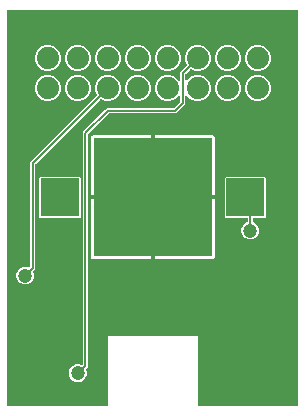
<source format=gbr>
G04 EAGLE Gerber RS-274X export*
G75*
%MOMM*%
%FSLAX34Y34*%
%LPD*%
%INBottom Copper*%
%IPPOS*%
%AMOC8*
5,1,8,0,0,1.08239X$1,22.5*%
G01*
%ADD10R,3.200000X3.200000*%
%ADD11R,10.000000X10.000000*%
%ADD12C,1.879600*%
%ADD13C,0.152400*%
%ADD14C,1.200150*%

G36*
X94508Y10164D02*
X94508Y10164D01*
X94527Y10162D01*
X94629Y10184D01*
X94731Y10200D01*
X94748Y10210D01*
X94768Y10214D01*
X94857Y10267D01*
X94948Y10316D01*
X94962Y10330D01*
X94979Y10340D01*
X95046Y10419D01*
X95118Y10494D01*
X95126Y10512D01*
X95139Y10527D01*
X95178Y10623D01*
X95221Y10717D01*
X95223Y10737D01*
X95231Y10755D01*
X95249Y10922D01*
X95249Y69850D01*
X95250Y69851D01*
X171450Y69851D01*
X171451Y69850D01*
X171451Y10922D01*
X171454Y10902D01*
X171452Y10883D01*
X171474Y10781D01*
X171490Y10679D01*
X171500Y10662D01*
X171504Y10642D01*
X171557Y10553D01*
X171606Y10462D01*
X171620Y10448D01*
X171630Y10431D01*
X171709Y10364D01*
X171784Y10292D01*
X171802Y10284D01*
X171817Y10271D01*
X171913Y10232D01*
X172007Y10189D01*
X172027Y10187D01*
X172045Y10179D01*
X172212Y10161D01*
X255778Y10161D01*
X255798Y10164D01*
X255817Y10162D01*
X255919Y10184D01*
X256021Y10200D01*
X256038Y10210D01*
X256058Y10214D01*
X256147Y10267D01*
X256238Y10316D01*
X256252Y10330D01*
X256269Y10340D01*
X256336Y10419D01*
X256408Y10494D01*
X256416Y10512D01*
X256429Y10527D01*
X256468Y10623D01*
X256511Y10717D01*
X256513Y10737D01*
X256521Y10755D01*
X256539Y10922D01*
X256539Y344678D01*
X256536Y344698D01*
X256538Y344717D01*
X256516Y344819D01*
X256500Y344921D01*
X256490Y344938D01*
X256486Y344958D01*
X256433Y345047D01*
X256384Y345138D01*
X256370Y345152D01*
X256360Y345169D01*
X256281Y345236D01*
X256206Y345308D01*
X256188Y345316D01*
X256173Y345329D01*
X256077Y345368D01*
X255983Y345411D01*
X255963Y345413D01*
X255945Y345421D01*
X255778Y345439D01*
X10922Y345439D01*
X10902Y345436D01*
X10883Y345438D01*
X10781Y345416D01*
X10679Y345400D01*
X10662Y345390D01*
X10642Y345386D01*
X10553Y345333D01*
X10462Y345284D01*
X10448Y345270D01*
X10431Y345260D01*
X10364Y345181D01*
X10292Y345106D01*
X10284Y345088D01*
X10271Y345073D01*
X10232Y344977D01*
X10189Y344883D01*
X10187Y344863D01*
X10179Y344845D01*
X10161Y344678D01*
X10161Y10922D01*
X10164Y10902D01*
X10162Y10883D01*
X10184Y10781D01*
X10200Y10679D01*
X10210Y10662D01*
X10214Y10642D01*
X10267Y10553D01*
X10316Y10462D01*
X10330Y10448D01*
X10340Y10431D01*
X10419Y10364D01*
X10494Y10292D01*
X10512Y10284D01*
X10527Y10271D01*
X10623Y10232D01*
X10717Y10189D01*
X10737Y10187D01*
X10755Y10179D01*
X10922Y10161D01*
X94488Y10161D01*
X94508Y10164D01*
G37*
%LPC*%
G36*
X68353Y30575D02*
X68353Y30575D01*
X65587Y31720D01*
X63470Y33837D01*
X62325Y36603D01*
X62325Y39597D01*
X63470Y42363D01*
X65587Y44480D01*
X68353Y45625D01*
X71347Y45625D01*
X72853Y45002D01*
X72946Y44980D01*
X72947Y44979D01*
X72948Y44979D01*
X72968Y44975D01*
X73082Y44946D01*
X73087Y44947D01*
X73093Y44945D01*
X73180Y44954D01*
X73191Y44952D01*
X73211Y44957D01*
X73327Y44966D01*
X73332Y44968D01*
X73337Y44969D01*
X73406Y44999D01*
X73432Y45005D01*
X73468Y45026D01*
X73553Y45063D01*
X73558Y45067D01*
X73562Y45069D01*
X73574Y45080D01*
X73623Y45119D01*
X73643Y45131D01*
X73654Y45144D01*
X73684Y45168D01*
X73691Y45175D01*
X73716Y45210D01*
X73743Y45235D01*
X73764Y45272D01*
X73803Y45318D01*
X73815Y45348D01*
X73835Y45375D01*
X73852Y45432D01*
X73862Y45450D01*
X73866Y45475D01*
X73895Y45546D01*
X73899Y45588D01*
X73906Y45611D01*
X73906Y45643D01*
X73913Y45713D01*
X73913Y242247D01*
X75476Y243810D01*
X92740Y261074D01*
X94303Y262637D01*
X151137Y262637D01*
X151228Y262651D01*
X151318Y262659D01*
X151348Y262671D01*
X151380Y262676D01*
X151461Y262719D01*
X151545Y262755D01*
X151577Y262781D01*
X151598Y262792D01*
X151620Y262815D01*
X151676Y262860D01*
X156240Y267424D01*
X156293Y267498D01*
X156353Y267568D01*
X156365Y267598D01*
X156384Y267624D01*
X156411Y267711D01*
X156445Y267796D01*
X156449Y267837D01*
X156456Y267859D01*
X156455Y267891D01*
X156463Y267963D01*
X156463Y272528D01*
X156452Y272599D01*
X156450Y272671D01*
X156432Y272720D01*
X156424Y272771D01*
X156390Y272834D01*
X156365Y272902D01*
X156333Y272942D01*
X156308Y272989D01*
X156256Y273038D01*
X156212Y273094D01*
X156168Y273122D01*
X156130Y273158D01*
X156065Y273188D01*
X156005Y273227D01*
X155954Y273240D01*
X155907Y273262D01*
X155836Y273269D01*
X155766Y273287D01*
X155714Y273283D01*
X155663Y273289D01*
X155592Y273273D01*
X155521Y273268D01*
X155473Y273247D01*
X155422Y273236D01*
X155361Y273200D01*
X155295Y273171D01*
X155239Y273127D01*
X155211Y273110D01*
X155196Y273092D01*
X155164Y273067D01*
X152237Y270140D01*
X148223Y268477D01*
X143877Y268477D01*
X139863Y270140D01*
X136790Y273213D01*
X135127Y277227D01*
X135127Y281573D01*
X136790Y285587D01*
X139863Y288660D01*
X143877Y290323D01*
X148223Y290323D01*
X152237Y288660D01*
X155164Y285733D01*
X155222Y285691D01*
X155274Y285642D01*
X155321Y285620D01*
X155363Y285590D01*
X155432Y285569D01*
X155497Y285538D01*
X155549Y285533D01*
X155599Y285517D01*
X155670Y285519D01*
X155741Y285511D01*
X155792Y285522D01*
X155844Y285524D01*
X155912Y285548D01*
X155982Y285564D01*
X156027Y285590D01*
X156075Y285608D01*
X156131Y285653D01*
X156193Y285690D01*
X156227Y285729D01*
X156267Y285762D01*
X156306Y285822D01*
X156353Y285877D01*
X156372Y285925D01*
X156400Y285969D01*
X156418Y286038D01*
X156445Y286105D01*
X156453Y286176D01*
X156461Y286207D01*
X156459Y286231D01*
X156463Y286272D01*
X156463Y293047D01*
X161783Y298367D01*
X161851Y298462D01*
X161921Y298556D01*
X161923Y298562D01*
X161927Y298567D01*
X161961Y298678D01*
X161997Y298790D01*
X161997Y298796D01*
X161999Y298802D01*
X161996Y298919D01*
X161995Y299036D01*
X161993Y299043D01*
X161993Y299048D01*
X161986Y299065D01*
X161948Y299197D01*
X160527Y302627D01*
X160527Y306973D01*
X162190Y310987D01*
X165263Y314060D01*
X169277Y315723D01*
X173623Y315723D01*
X177637Y314060D01*
X180710Y310987D01*
X182373Y306973D01*
X182373Y302627D01*
X180710Y298613D01*
X177637Y295540D01*
X173623Y293877D01*
X169277Y293877D01*
X165847Y295298D01*
X165733Y295325D01*
X165620Y295353D01*
X165613Y295353D01*
X165607Y295354D01*
X165491Y295343D01*
X165374Y295334D01*
X165369Y295332D01*
X165362Y295331D01*
X165255Y295284D01*
X165148Y295238D01*
X165142Y295233D01*
X165138Y295231D01*
X165124Y295219D01*
X165017Y295133D01*
X161260Y291376D01*
X161207Y291302D01*
X161147Y291232D01*
X161135Y291202D01*
X161116Y291176D01*
X161089Y291089D01*
X161055Y291004D01*
X161051Y290963D01*
X161044Y290941D01*
X161045Y290909D01*
X161037Y290837D01*
X161037Y286272D01*
X161048Y286201D01*
X161050Y286129D01*
X161068Y286080D01*
X161076Y286029D01*
X161110Y285966D01*
X161135Y285898D01*
X161167Y285858D01*
X161192Y285811D01*
X161244Y285762D01*
X161288Y285706D01*
X161332Y285678D01*
X161370Y285642D01*
X161435Y285612D01*
X161495Y285573D01*
X161546Y285560D01*
X161593Y285538D01*
X161664Y285531D01*
X161734Y285513D01*
X161786Y285517D01*
X161837Y285511D01*
X161908Y285527D01*
X161979Y285532D01*
X162027Y285553D01*
X162078Y285564D01*
X162139Y285600D01*
X162205Y285629D01*
X162261Y285673D01*
X162289Y285690D01*
X162304Y285708D01*
X162336Y285733D01*
X165263Y288660D01*
X169277Y290323D01*
X173623Y290323D01*
X177637Y288660D01*
X180710Y285587D01*
X182373Y281573D01*
X182373Y277227D01*
X180710Y273213D01*
X177637Y270140D01*
X173623Y268477D01*
X169277Y268477D01*
X165263Y270140D01*
X162336Y273067D01*
X162278Y273109D01*
X162226Y273158D01*
X162179Y273180D01*
X162137Y273210D01*
X162068Y273231D01*
X162003Y273262D01*
X161951Y273267D01*
X161901Y273283D01*
X161830Y273281D01*
X161759Y273289D01*
X161708Y273278D01*
X161656Y273276D01*
X161588Y273252D01*
X161518Y273236D01*
X161473Y273210D01*
X161425Y273192D01*
X161369Y273147D01*
X161307Y273110D01*
X161273Y273071D01*
X161233Y273038D01*
X161194Y272978D01*
X161147Y272923D01*
X161128Y272875D01*
X161100Y272831D01*
X161082Y272762D01*
X161055Y272695D01*
X161047Y272624D01*
X161039Y272593D01*
X161041Y272569D01*
X161037Y272528D01*
X161037Y265753D01*
X153347Y258063D01*
X96512Y258063D01*
X96422Y258049D01*
X96331Y258041D01*
X96302Y258029D01*
X96270Y258024D01*
X96189Y257981D01*
X96105Y257945D01*
X96073Y257919D01*
X96052Y257908D01*
X96030Y257885D01*
X95974Y257840D01*
X78710Y240576D01*
X78665Y240513D01*
X78639Y240486D01*
X78634Y240476D01*
X78597Y240432D01*
X78585Y240402D01*
X78566Y240376D01*
X78539Y240289D01*
X78505Y240204D01*
X78501Y240163D01*
X78494Y240141D01*
X78495Y240109D01*
X78487Y240038D01*
X78487Y43503D01*
X76924Y41940D01*
X76918Y41934D01*
X76849Y41838D01*
X76779Y41744D01*
X76777Y41739D01*
X76774Y41734D01*
X76739Y41622D01*
X76702Y41510D01*
X76703Y41505D01*
X76701Y41499D01*
X76704Y41382D01*
X76704Y41334D01*
X76704Y41333D01*
X76704Y41331D01*
X76705Y41264D01*
X76707Y41258D01*
X76707Y41254D01*
X76713Y41238D01*
X76752Y41103D01*
X77375Y39597D01*
X77375Y36603D01*
X76230Y33837D01*
X74113Y31720D01*
X71347Y30575D01*
X68353Y30575D01*
G37*
%LPD*%
%LPC*%
G36*
X134873Y188523D02*
X134873Y188523D01*
X134873Y239541D01*
X183684Y239541D01*
X184331Y239368D01*
X184910Y239033D01*
X185383Y238560D01*
X185718Y237981D01*
X185891Y237334D01*
X185891Y188523D01*
X134873Y188523D01*
G37*
%LPD*%
%LPC*%
G36*
X80809Y188523D02*
X80809Y188523D01*
X80809Y237334D01*
X80982Y237981D01*
X81317Y238560D01*
X81790Y239033D01*
X82369Y239368D01*
X83016Y239541D01*
X131827Y239541D01*
X131827Y188523D01*
X80809Y188523D01*
G37*
%LPD*%
%LPC*%
G36*
X134873Y134459D02*
X134873Y134459D01*
X134873Y185477D01*
X185891Y185477D01*
X185891Y136666D01*
X185718Y136019D01*
X185383Y135440D01*
X184910Y134967D01*
X184331Y134632D01*
X183684Y134459D01*
X134873Y134459D01*
G37*
%LPD*%
%LPC*%
G36*
X83016Y134459D02*
X83016Y134459D01*
X82369Y134632D01*
X81790Y134967D01*
X81317Y135440D01*
X80982Y136019D01*
X80809Y136666D01*
X80809Y185477D01*
X131827Y185477D01*
X131827Y134459D01*
X83016Y134459D01*
G37*
%LPD*%
%LPC*%
G36*
X214403Y151225D02*
X214403Y151225D01*
X211637Y152370D01*
X209520Y154487D01*
X208375Y157253D01*
X208375Y160247D01*
X209520Y163013D01*
X211637Y165130D01*
X213143Y165754D01*
X213243Y165816D01*
X213343Y165875D01*
X213347Y165880D01*
X213352Y165883D01*
X213427Y165974D01*
X213503Y166062D01*
X213505Y166068D01*
X213509Y166073D01*
X213551Y166181D01*
X213595Y166290D01*
X213596Y166298D01*
X213597Y166302D01*
X213598Y166321D01*
X213613Y166457D01*
X213613Y168714D01*
X213610Y168734D01*
X213612Y168753D01*
X213590Y168855D01*
X213574Y168957D01*
X213564Y168974D01*
X213560Y168994D01*
X213507Y169083D01*
X213458Y169174D01*
X213444Y169188D01*
X213434Y169205D01*
X213355Y169272D01*
X213280Y169344D01*
X213262Y169352D01*
X213247Y169365D01*
X213151Y169404D01*
X213057Y169447D01*
X213037Y169449D01*
X213019Y169457D01*
X212852Y169475D01*
X195218Y169475D01*
X194325Y170368D01*
X194325Y203632D01*
X195218Y204525D01*
X228482Y204525D01*
X229375Y203632D01*
X229375Y170368D01*
X228482Y169475D01*
X218948Y169475D01*
X218928Y169472D01*
X218909Y169474D01*
X218807Y169452D01*
X218705Y169436D01*
X218688Y169426D01*
X218668Y169422D01*
X218579Y169369D01*
X218488Y169320D01*
X218474Y169306D01*
X218457Y169296D01*
X218390Y169217D01*
X218318Y169142D01*
X218310Y169124D01*
X218297Y169109D01*
X218258Y169013D01*
X218215Y168919D01*
X218213Y168899D01*
X218205Y168881D01*
X218187Y168714D01*
X218187Y166457D01*
X218206Y166342D01*
X218223Y166226D01*
X218225Y166220D01*
X218226Y166214D01*
X218281Y166112D01*
X218334Y166007D01*
X218339Y166002D01*
X218342Y165997D01*
X218426Y165917D01*
X218510Y165835D01*
X218516Y165831D01*
X218520Y165827D01*
X218537Y165820D01*
X218657Y165754D01*
X220163Y165130D01*
X222280Y163013D01*
X223425Y160247D01*
X223425Y157253D01*
X222280Y154487D01*
X220163Y152370D01*
X217397Y151225D01*
X214403Y151225D01*
G37*
%LPD*%
%LPC*%
G36*
X23903Y113125D02*
X23903Y113125D01*
X21137Y114270D01*
X19020Y116387D01*
X17875Y119153D01*
X17875Y122147D01*
X19020Y124913D01*
X21137Y127030D01*
X23903Y128175D01*
X26897Y128175D01*
X28403Y127552D01*
X28496Y127530D01*
X28497Y127529D01*
X28499Y127529D01*
X28517Y127525D01*
X28630Y127496D01*
X28636Y127497D01*
X28643Y127495D01*
X28729Y127504D01*
X28741Y127502D01*
X28761Y127507D01*
X28875Y127516D01*
X28881Y127518D01*
X28887Y127519D01*
X28955Y127549D01*
X28982Y127555D01*
X29018Y127576D01*
X29102Y127612D01*
X29108Y127616D01*
X29112Y127619D01*
X29126Y127631D01*
X29173Y127669D01*
X29193Y127681D01*
X29204Y127694D01*
X29233Y127717D01*
X29240Y127724D01*
X29266Y127760D01*
X29293Y127785D01*
X29313Y127822D01*
X29353Y127868D01*
X29365Y127898D01*
X29384Y127924D01*
X29402Y127982D01*
X29412Y128000D01*
X29416Y128025D01*
X29445Y128096D01*
X29449Y128137D01*
X29456Y128159D01*
X29455Y128191D01*
X29463Y128263D01*
X29463Y216847D01*
X85583Y272967D01*
X85651Y273061D01*
X85721Y273156D01*
X85723Y273162D01*
X85727Y273167D01*
X85761Y273278D01*
X85797Y273390D01*
X85797Y273396D01*
X85799Y273402D01*
X85796Y273519D01*
X85795Y273636D01*
X85793Y273643D01*
X85793Y273648D01*
X85786Y273665D01*
X85748Y273797D01*
X84327Y277227D01*
X84327Y281573D01*
X85990Y285587D01*
X89063Y288660D01*
X93077Y290323D01*
X97423Y290323D01*
X101437Y288660D01*
X104510Y285587D01*
X106173Y281573D01*
X106173Y277227D01*
X104510Y273213D01*
X101437Y270140D01*
X97423Y268477D01*
X93077Y268477D01*
X89647Y269898D01*
X89533Y269925D01*
X89420Y269953D01*
X89413Y269953D01*
X89407Y269954D01*
X89291Y269943D01*
X89174Y269934D01*
X89169Y269932D01*
X89162Y269931D01*
X89055Y269883D01*
X88948Y269838D01*
X88942Y269833D01*
X88938Y269831D01*
X88924Y269819D01*
X88817Y269733D01*
X34260Y215176D01*
X34207Y215102D01*
X34147Y215032D01*
X34135Y215002D01*
X34116Y214976D01*
X34089Y214889D01*
X34055Y214804D01*
X34051Y214763D01*
X34044Y214741D01*
X34045Y214709D01*
X34037Y214637D01*
X34037Y126053D01*
X32467Y124483D01*
X32399Y124389D01*
X32329Y124294D01*
X32327Y124288D01*
X32323Y124283D01*
X32289Y124172D01*
X32253Y124060D01*
X32253Y124054D01*
X32251Y124048D01*
X32254Y123931D01*
X32255Y123814D01*
X32257Y123807D01*
X32257Y123802D01*
X32264Y123784D01*
X32302Y123653D01*
X32925Y122147D01*
X32925Y119153D01*
X31780Y116387D01*
X29663Y114270D01*
X26897Y113125D01*
X23903Y113125D01*
G37*
%LPD*%
%LPC*%
G36*
X38218Y169475D02*
X38218Y169475D01*
X37325Y170368D01*
X37325Y203632D01*
X38218Y204525D01*
X71482Y204525D01*
X72375Y203632D01*
X72375Y170368D01*
X71482Y169475D01*
X38218Y169475D01*
G37*
%LPD*%
%LPC*%
G36*
X220077Y293877D02*
X220077Y293877D01*
X216063Y295540D01*
X212990Y298613D01*
X211327Y302627D01*
X211327Y306973D01*
X212990Y310987D01*
X216063Y314060D01*
X220077Y315723D01*
X224423Y315723D01*
X228437Y314060D01*
X231510Y310987D01*
X233173Y306973D01*
X233173Y302627D01*
X231510Y298613D01*
X228437Y295540D01*
X224423Y293877D01*
X220077Y293877D01*
G37*
%LPD*%
%LPC*%
G36*
X194677Y293877D02*
X194677Y293877D01*
X190663Y295540D01*
X187590Y298613D01*
X185927Y302627D01*
X185927Y306973D01*
X187590Y310987D01*
X190663Y314060D01*
X194677Y315723D01*
X199023Y315723D01*
X203037Y314060D01*
X206110Y310987D01*
X207773Y306973D01*
X207773Y302627D01*
X206110Y298613D01*
X203037Y295540D01*
X199023Y293877D01*
X194677Y293877D01*
G37*
%LPD*%
%LPC*%
G36*
X42277Y293877D02*
X42277Y293877D01*
X38263Y295540D01*
X35190Y298613D01*
X33527Y302627D01*
X33527Y306973D01*
X35190Y310987D01*
X38263Y314060D01*
X42277Y315723D01*
X46623Y315723D01*
X50637Y314060D01*
X53710Y310987D01*
X55373Y306973D01*
X55373Y302627D01*
X53710Y298613D01*
X50637Y295540D01*
X46623Y293877D01*
X42277Y293877D01*
G37*
%LPD*%
%LPC*%
G36*
X67677Y293877D02*
X67677Y293877D01*
X63663Y295540D01*
X60590Y298613D01*
X58927Y302627D01*
X58927Y306973D01*
X60590Y310987D01*
X63663Y314060D01*
X67677Y315723D01*
X72023Y315723D01*
X76037Y314060D01*
X79110Y310987D01*
X80773Y306973D01*
X80773Y302627D01*
X79110Y298613D01*
X76037Y295540D01*
X72023Y293877D01*
X67677Y293877D01*
G37*
%LPD*%
%LPC*%
G36*
X143877Y293877D02*
X143877Y293877D01*
X139863Y295540D01*
X136790Y298613D01*
X135127Y302627D01*
X135127Y306973D01*
X136790Y310987D01*
X139863Y314060D01*
X143877Y315723D01*
X148223Y315723D01*
X152237Y314060D01*
X155310Y310987D01*
X156973Y306973D01*
X156973Y302627D01*
X155310Y298613D01*
X152237Y295540D01*
X148223Y293877D01*
X143877Y293877D01*
G37*
%LPD*%
%LPC*%
G36*
X93077Y293877D02*
X93077Y293877D01*
X89063Y295540D01*
X85990Y298613D01*
X84327Y302627D01*
X84327Y306973D01*
X85990Y310987D01*
X89063Y314060D01*
X93077Y315723D01*
X97423Y315723D01*
X101437Y314060D01*
X104510Y310987D01*
X106173Y306973D01*
X106173Y302627D01*
X104510Y298613D01*
X101437Y295540D01*
X97423Y293877D01*
X93077Y293877D01*
G37*
%LPD*%
%LPC*%
G36*
X118477Y293877D02*
X118477Y293877D01*
X114463Y295540D01*
X111390Y298613D01*
X109727Y302627D01*
X109727Y306973D01*
X111390Y310987D01*
X114463Y314060D01*
X118477Y315723D01*
X122823Y315723D01*
X126837Y314060D01*
X129910Y310987D01*
X131573Y306973D01*
X131573Y302627D01*
X129910Y298613D01*
X126837Y295540D01*
X122823Y293877D01*
X118477Y293877D01*
G37*
%LPD*%
%LPC*%
G36*
X118477Y268477D02*
X118477Y268477D01*
X114463Y270140D01*
X111390Y273213D01*
X109727Y277227D01*
X109727Y281573D01*
X111390Y285587D01*
X114463Y288660D01*
X118477Y290323D01*
X122823Y290323D01*
X126837Y288660D01*
X129910Y285587D01*
X131573Y281573D01*
X131573Y277227D01*
X129910Y273213D01*
X126837Y270140D01*
X122823Y268477D01*
X118477Y268477D01*
G37*
%LPD*%
%LPC*%
G36*
X194677Y268477D02*
X194677Y268477D01*
X190663Y270140D01*
X187590Y273213D01*
X185927Y277227D01*
X185927Y281573D01*
X187590Y285587D01*
X190663Y288660D01*
X194677Y290323D01*
X199023Y290323D01*
X203037Y288660D01*
X206110Y285587D01*
X207773Y281573D01*
X207773Y277227D01*
X206110Y273213D01*
X203037Y270140D01*
X199023Y268477D01*
X194677Y268477D01*
G37*
%LPD*%
%LPC*%
G36*
X220077Y268477D02*
X220077Y268477D01*
X216063Y270140D01*
X212990Y273213D01*
X211327Y277227D01*
X211327Y281573D01*
X212990Y285587D01*
X216063Y288660D01*
X220077Y290323D01*
X224423Y290323D01*
X228437Y288660D01*
X231510Y285587D01*
X233173Y281573D01*
X233173Y277227D01*
X231510Y273213D01*
X228437Y270140D01*
X224423Y268477D01*
X220077Y268477D01*
G37*
%LPD*%
%LPC*%
G36*
X67677Y268477D02*
X67677Y268477D01*
X63663Y270140D01*
X60590Y273213D01*
X58927Y277227D01*
X58927Y281573D01*
X60590Y285587D01*
X63663Y288660D01*
X67677Y290323D01*
X72023Y290323D01*
X76037Y288660D01*
X79110Y285587D01*
X80773Y281573D01*
X80773Y277227D01*
X79110Y273213D01*
X76037Y270140D01*
X72023Y268477D01*
X67677Y268477D01*
G37*
%LPD*%
%LPC*%
G36*
X42277Y268477D02*
X42277Y268477D01*
X38263Y270140D01*
X35190Y273213D01*
X33527Y277227D01*
X33527Y281573D01*
X35190Y285587D01*
X38263Y288660D01*
X42277Y290323D01*
X46623Y290323D01*
X50637Y288660D01*
X53710Y285587D01*
X55373Y281573D01*
X55373Y277227D01*
X53710Y273213D01*
X50637Y270140D01*
X46623Y268477D01*
X42277Y268477D01*
G37*
%LPD*%
%LPC*%
G36*
X133349Y186999D02*
X133349Y186999D01*
X133349Y187001D01*
X133351Y187001D01*
X133351Y186999D01*
X133349Y186999D01*
G37*
%LPD*%
D10*
X211850Y187000D03*
D11*
X133350Y187000D03*
D10*
X54850Y187000D03*
D12*
X44450Y279400D03*
X44450Y304800D03*
X69850Y279400D03*
X69850Y304800D03*
X95250Y279400D03*
X95250Y304800D03*
X120650Y279400D03*
X120650Y304800D03*
X146050Y279400D03*
X146050Y304800D03*
X171450Y279400D03*
X171450Y304800D03*
X196850Y279400D03*
X196850Y304800D03*
X222250Y279400D03*
X222250Y304800D03*
D13*
X133350Y191770D02*
X133350Y187000D01*
D14*
X142240Y78740D03*
X157480Y78740D03*
X109220Y78740D03*
X124460Y78740D03*
X111760Y121920D03*
X66040Y66040D03*
D13*
X215900Y158750D02*
X215900Y184150D01*
X211850Y187000D01*
D14*
X215900Y158750D03*
D13*
X31750Y127000D02*
X25400Y120650D01*
X31750Y127000D02*
X31750Y215900D01*
X95250Y279400D01*
D14*
X25400Y120650D03*
D13*
X76200Y44450D02*
X69850Y38100D01*
X76200Y44450D02*
X76200Y241300D01*
X95250Y260350D01*
X158750Y266700D02*
X158750Y292100D01*
X171450Y304800D01*
D14*
X69850Y38100D03*
D13*
X152400Y260350D02*
X158750Y266700D01*
X152400Y260350D02*
X95250Y260350D01*
M02*

</source>
